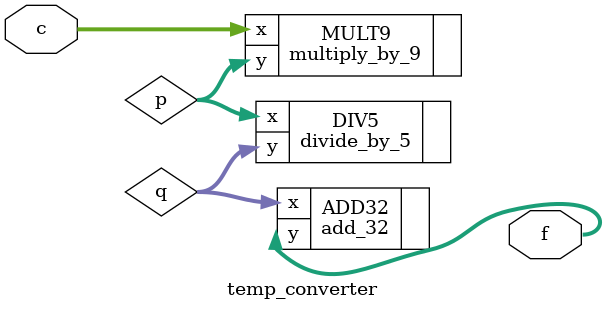
<source format=v>
`timescale 1ns / 1ps

module temp_converter(
    input [7:0] c,
    output [7:0] f
    );
    
    wire [15:0] p;
    wire [7:0] q;
    
    multiply_by_9 MULT9(.x(c), .y(p));
    divide_by_5 DIV5(.x(p), .y(q));
    add_32 ADD32(.x(q), .y(f));
    
endmodule
</source>
